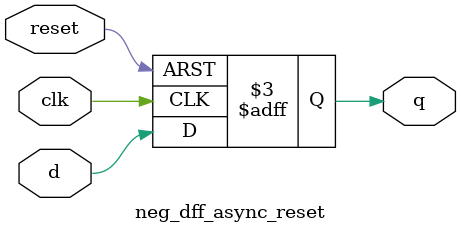
<source format=v>
module neg_dff_async_reset(
    input clk,
    input reset,
    input d,
    output reg q);
    always @(negedge clk or negedge reset) begin
        if (!reset)
            q <= 1'b0;
        else
            q <= d;
end
endmodule

</source>
